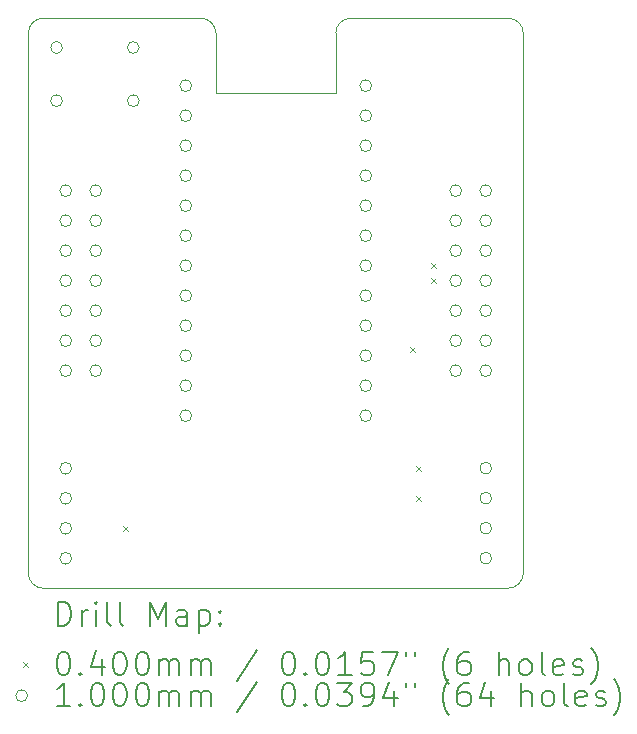
<source format=gbr>
%FSLAX45Y45*%
G04 Gerber Fmt 4.5, Leading zero omitted, Abs format (unit mm)*
G04 Created by KiCad (PCBNEW (6.0.6-1)-1) date 2022-07-19 11:26:51*
%MOMM*%
%LPD*%
G01*
G04 APERTURE LIST*
%TA.AperFunction,Profile*%
%ADD10C,0.120000*%
%TD*%
%ADD11C,0.200000*%
%ADD12C,0.040000*%
%ADD13C,0.100000*%
G04 APERTURE END LIST*
D10*
X2730500Y-4254500D02*
X-1206500Y-4254500D01*
X-1333500Y-4127500D02*
X-1333500Y444500D01*
X1397000Y571500D02*
G75*
G03*
X1270000Y444500I0J-127000D01*
G01*
X2857500Y444500D02*
G75*
G03*
X2730500Y571500I-127000J0D01*
G01*
X-1333500Y-4127500D02*
G75*
G03*
X-1206500Y-4254500I127000J0D01*
G01*
X1270000Y444500D02*
X1270000Y-63500D01*
X2730500Y-4254500D02*
G75*
G03*
X2857500Y-4127500I0J127000D01*
G01*
X-1206500Y571500D02*
G75*
G03*
X-1333500Y444500I0J-127000D01*
G01*
X254000Y-63500D02*
X254000Y444500D01*
X1270000Y-63500D02*
X254000Y-63500D01*
X1397000Y571500D02*
X2730500Y571500D01*
X2857500Y444500D02*
X2857500Y-4127500D01*
X254000Y444500D02*
G75*
G03*
X127000Y571500I-127000J0D01*
G01*
X127000Y571500D02*
X-1206500Y571500D01*
D11*
D12*
X-528000Y-3726500D02*
X-488000Y-3766500D01*
X-488000Y-3726500D02*
X-528000Y-3766500D01*
X1896951Y-2211450D02*
X1936951Y-2251450D01*
X1936951Y-2211450D02*
X1896951Y-2251450D01*
X1948500Y-3218500D02*
X1988500Y-3258500D01*
X1988500Y-3218500D02*
X1948500Y-3258500D01*
X1948500Y-3472500D02*
X1988500Y-3512500D01*
X1988500Y-3472500D02*
X1948500Y-3512500D01*
X2075500Y-1504000D02*
X2115500Y-1544000D01*
X2115500Y-1504000D02*
X2075500Y-1544000D01*
X2075500Y-1631000D02*
X2115500Y-1671000D01*
X2115500Y-1631000D02*
X2075500Y-1671000D01*
D13*
X-1044500Y323000D02*
G75*
G03*
X-1044500Y323000I-50000J0D01*
G01*
X-1044500Y-127000D02*
G75*
G03*
X-1044500Y-127000I-50000J0D01*
G01*
X-966000Y-889000D02*
G75*
G03*
X-966000Y-889000I-50000J0D01*
G01*
X-966000Y-1143000D02*
G75*
G03*
X-966000Y-1143000I-50000J0D01*
G01*
X-966000Y-1397000D02*
G75*
G03*
X-966000Y-1397000I-50000J0D01*
G01*
X-966000Y-1651000D02*
G75*
G03*
X-966000Y-1651000I-50000J0D01*
G01*
X-966000Y-1905000D02*
G75*
G03*
X-966000Y-1905000I-50000J0D01*
G01*
X-966000Y-2159000D02*
G75*
G03*
X-966000Y-2159000I-50000J0D01*
G01*
X-966000Y-2413000D02*
G75*
G03*
X-966000Y-2413000I-50000J0D01*
G01*
X-966000Y-3239500D02*
G75*
G03*
X-966000Y-3239500I-50000J0D01*
G01*
X-966000Y-3493500D02*
G75*
G03*
X-966000Y-3493500I-50000J0D01*
G01*
X-966000Y-3747500D02*
G75*
G03*
X-966000Y-3747500I-50000J0D01*
G01*
X-966000Y-4001500D02*
G75*
G03*
X-966000Y-4001500I-50000J0D01*
G01*
X-712000Y-889000D02*
G75*
G03*
X-712000Y-889000I-50000J0D01*
G01*
X-712000Y-1143000D02*
G75*
G03*
X-712000Y-1143000I-50000J0D01*
G01*
X-712000Y-1397000D02*
G75*
G03*
X-712000Y-1397000I-50000J0D01*
G01*
X-712000Y-1651000D02*
G75*
G03*
X-712000Y-1651000I-50000J0D01*
G01*
X-712000Y-1905000D02*
G75*
G03*
X-712000Y-1905000I-50000J0D01*
G01*
X-712000Y-2159000D02*
G75*
G03*
X-712000Y-2159000I-50000J0D01*
G01*
X-712000Y-2413000D02*
G75*
G03*
X-712000Y-2413000I-50000J0D01*
G01*
X-394500Y323000D02*
G75*
G03*
X-394500Y323000I-50000J0D01*
G01*
X-394500Y-127000D02*
G75*
G03*
X-394500Y-127000I-50000J0D01*
G01*
X50000Y0D02*
G75*
G03*
X50000Y0I-50000J0D01*
G01*
X50000Y-254000D02*
G75*
G03*
X50000Y-254000I-50000J0D01*
G01*
X50000Y-508000D02*
G75*
G03*
X50000Y-508000I-50000J0D01*
G01*
X50000Y-762000D02*
G75*
G03*
X50000Y-762000I-50000J0D01*
G01*
X50000Y-1016000D02*
G75*
G03*
X50000Y-1016000I-50000J0D01*
G01*
X50000Y-1270000D02*
G75*
G03*
X50000Y-1270000I-50000J0D01*
G01*
X50000Y-1524000D02*
G75*
G03*
X50000Y-1524000I-50000J0D01*
G01*
X50000Y-1778000D02*
G75*
G03*
X50000Y-1778000I-50000J0D01*
G01*
X50000Y-2032000D02*
G75*
G03*
X50000Y-2032000I-50000J0D01*
G01*
X50000Y-2286000D02*
G75*
G03*
X50000Y-2286000I-50000J0D01*
G01*
X50000Y-2540000D02*
G75*
G03*
X50000Y-2540000I-50000J0D01*
G01*
X50000Y-2794000D02*
G75*
G03*
X50000Y-2794000I-50000J0D01*
G01*
X1574000Y0D02*
G75*
G03*
X1574000Y0I-50000J0D01*
G01*
X1574000Y-254000D02*
G75*
G03*
X1574000Y-254000I-50000J0D01*
G01*
X1574000Y-508000D02*
G75*
G03*
X1574000Y-508000I-50000J0D01*
G01*
X1574000Y-762000D02*
G75*
G03*
X1574000Y-762000I-50000J0D01*
G01*
X1574000Y-1016000D02*
G75*
G03*
X1574000Y-1016000I-50000J0D01*
G01*
X1574000Y-1270000D02*
G75*
G03*
X1574000Y-1270000I-50000J0D01*
G01*
X1574000Y-1524000D02*
G75*
G03*
X1574000Y-1524000I-50000J0D01*
G01*
X1574000Y-1778000D02*
G75*
G03*
X1574000Y-1778000I-50000J0D01*
G01*
X1574000Y-2032000D02*
G75*
G03*
X1574000Y-2032000I-50000J0D01*
G01*
X1574000Y-2286000D02*
G75*
G03*
X1574000Y-2286000I-50000J0D01*
G01*
X1574000Y-2540000D02*
G75*
G03*
X1574000Y-2540000I-50000J0D01*
G01*
X1574000Y-2794000D02*
G75*
G03*
X1574000Y-2794000I-50000J0D01*
G01*
X2336000Y-889000D02*
G75*
G03*
X2336000Y-889000I-50000J0D01*
G01*
X2336000Y-1143000D02*
G75*
G03*
X2336000Y-1143000I-50000J0D01*
G01*
X2336000Y-1397000D02*
G75*
G03*
X2336000Y-1397000I-50000J0D01*
G01*
X2336000Y-1651000D02*
G75*
G03*
X2336000Y-1651000I-50000J0D01*
G01*
X2336000Y-1905000D02*
G75*
G03*
X2336000Y-1905000I-50000J0D01*
G01*
X2336000Y-2159000D02*
G75*
G03*
X2336000Y-2159000I-50000J0D01*
G01*
X2336000Y-2413000D02*
G75*
G03*
X2336000Y-2413000I-50000J0D01*
G01*
X2590000Y-889000D02*
G75*
G03*
X2590000Y-889000I-50000J0D01*
G01*
X2590000Y-1143000D02*
G75*
G03*
X2590000Y-1143000I-50000J0D01*
G01*
X2590000Y-1397000D02*
G75*
G03*
X2590000Y-1397000I-50000J0D01*
G01*
X2590000Y-1651000D02*
G75*
G03*
X2590000Y-1651000I-50000J0D01*
G01*
X2590000Y-1905000D02*
G75*
G03*
X2590000Y-1905000I-50000J0D01*
G01*
X2590000Y-2159000D02*
G75*
G03*
X2590000Y-2159000I-50000J0D01*
G01*
X2590000Y-2413000D02*
G75*
G03*
X2590000Y-2413000I-50000J0D01*
G01*
X2590000Y-3238500D02*
G75*
G03*
X2590000Y-3238500I-50000J0D01*
G01*
X2590000Y-3492500D02*
G75*
G03*
X2590000Y-3492500I-50000J0D01*
G01*
X2590000Y-3746500D02*
G75*
G03*
X2590000Y-3746500I-50000J0D01*
G01*
X2590000Y-4000500D02*
G75*
G03*
X2590000Y-4000500I-50000J0D01*
G01*
D11*
X-1081881Y-4570976D02*
X-1081881Y-4370976D01*
X-1034262Y-4370976D01*
X-1005690Y-4380500D01*
X-986643Y-4399548D01*
X-977119Y-4418595D01*
X-967595Y-4456690D01*
X-967595Y-4485262D01*
X-977119Y-4523357D01*
X-986643Y-4542405D01*
X-1005690Y-4561452D01*
X-1034262Y-4570976D01*
X-1081881Y-4570976D01*
X-881881Y-4570976D02*
X-881881Y-4437643D01*
X-881881Y-4475738D02*
X-872357Y-4456690D01*
X-862833Y-4447167D01*
X-843786Y-4437643D01*
X-824738Y-4437643D01*
X-758071Y-4570976D02*
X-758071Y-4437643D01*
X-758071Y-4370976D02*
X-767595Y-4380500D01*
X-758071Y-4390024D01*
X-748548Y-4380500D01*
X-758071Y-4370976D01*
X-758071Y-4390024D01*
X-634262Y-4570976D02*
X-653310Y-4561452D01*
X-662833Y-4542405D01*
X-662833Y-4370976D01*
X-529500Y-4570976D02*
X-548548Y-4561452D01*
X-558072Y-4542405D01*
X-558072Y-4370976D01*
X-300929Y-4570976D02*
X-300929Y-4370976D01*
X-234262Y-4513833D01*
X-167595Y-4370976D01*
X-167595Y-4570976D01*
X13357Y-4570976D02*
X13357Y-4466214D01*
X3833Y-4447167D01*
X-15214Y-4437643D01*
X-53310Y-4437643D01*
X-72357Y-4447167D01*
X13357Y-4561452D02*
X-5690Y-4570976D01*
X-53310Y-4570976D01*
X-72357Y-4561452D01*
X-81881Y-4542405D01*
X-81881Y-4523357D01*
X-72357Y-4504310D01*
X-53310Y-4494786D01*
X-5690Y-4494786D01*
X13357Y-4485262D01*
X108595Y-4437643D02*
X108595Y-4637643D01*
X108595Y-4447167D02*
X127643Y-4437643D01*
X165738Y-4437643D01*
X184786Y-4447167D01*
X194309Y-4456690D01*
X203833Y-4475738D01*
X203833Y-4532881D01*
X194309Y-4551929D01*
X184786Y-4561452D01*
X165738Y-4570976D01*
X127643Y-4570976D01*
X108595Y-4561452D01*
X289548Y-4551929D02*
X299071Y-4561452D01*
X289548Y-4570976D01*
X280024Y-4561452D01*
X289548Y-4551929D01*
X289548Y-4570976D01*
X289548Y-4447167D02*
X299071Y-4456690D01*
X289548Y-4466214D01*
X280024Y-4456690D01*
X289548Y-4447167D01*
X289548Y-4466214D01*
D12*
X-1379500Y-4880500D02*
X-1339500Y-4920500D01*
X-1339500Y-4880500D02*
X-1379500Y-4920500D01*
D11*
X-1043786Y-4790976D02*
X-1024738Y-4790976D01*
X-1005690Y-4800500D01*
X-996167Y-4810024D01*
X-986643Y-4829071D01*
X-977119Y-4867167D01*
X-977119Y-4914786D01*
X-986643Y-4952881D01*
X-996167Y-4971929D01*
X-1005690Y-4981452D01*
X-1024738Y-4990976D01*
X-1043786Y-4990976D01*
X-1062833Y-4981452D01*
X-1072357Y-4971929D01*
X-1081881Y-4952881D01*
X-1091405Y-4914786D01*
X-1091405Y-4867167D01*
X-1081881Y-4829071D01*
X-1072357Y-4810024D01*
X-1062833Y-4800500D01*
X-1043786Y-4790976D01*
X-891405Y-4971929D02*
X-881881Y-4981452D01*
X-891405Y-4990976D01*
X-900929Y-4981452D01*
X-891405Y-4971929D01*
X-891405Y-4990976D01*
X-710452Y-4857643D02*
X-710452Y-4990976D01*
X-758071Y-4781452D02*
X-805690Y-4924310D01*
X-681881Y-4924310D01*
X-567595Y-4790976D02*
X-548548Y-4790976D01*
X-529500Y-4800500D01*
X-519976Y-4810024D01*
X-510452Y-4829071D01*
X-500929Y-4867167D01*
X-500929Y-4914786D01*
X-510452Y-4952881D01*
X-519976Y-4971929D01*
X-529500Y-4981452D01*
X-548548Y-4990976D01*
X-567595Y-4990976D01*
X-586643Y-4981452D01*
X-596167Y-4971929D01*
X-605691Y-4952881D01*
X-615214Y-4914786D01*
X-615214Y-4867167D01*
X-605691Y-4829071D01*
X-596167Y-4810024D01*
X-586643Y-4800500D01*
X-567595Y-4790976D01*
X-377119Y-4790976D02*
X-358071Y-4790976D01*
X-339024Y-4800500D01*
X-329500Y-4810024D01*
X-319976Y-4829071D01*
X-310452Y-4867167D01*
X-310452Y-4914786D01*
X-319976Y-4952881D01*
X-329500Y-4971929D01*
X-339024Y-4981452D01*
X-358071Y-4990976D01*
X-377119Y-4990976D01*
X-396167Y-4981452D01*
X-405690Y-4971929D01*
X-415214Y-4952881D01*
X-424738Y-4914786D01*
X-424738Y-4867167D01*
X-415214Y-4829071D01*
X-405690Y-4810024D01*
X-396167Y-4800500D01*
X-377119Y-4790976D01*
X-224738Y-4990976D02*
X-224738Y-4857643D01*
X-224738Y-4876690D02*
X-215214Y-4867167D01*
X-196167Y-4857643D01*
X-167595Y-4857643D01*
X-148548Y-4867167D01*
X-139024Y-4886214D01*
X-139024Y-4990976D01*
X-139024Y-4886214D02*
X-129500Y-4867167D01*
X-110452Y-4857643D01*
X-81881Y-4857643D01*
X-62833Y-4867167D01*
X-53310Y-4886214D01*
X-53310Y-4990976D01*
X41929Y-4990976D02*
X41929Y-4857643D01*
X41929Y-4876690D02*
X51452Y-4867167D01*
X70500Y-4857643D01*
X99071Y-4857643D01*
X118119Y-4867167D01*
X127643Y-4886214D01*
X127643Y-4990976D01*
X127643Y-4886214D02*
X137167Y-4867167D01*
X156214Y-4857643D01*
X184786Y-4857643D01*
X203833Y-4867167D01*
X213357Y-4886214D01*
X213357Y-4990976D01*
X603833Y-4781452D02*
X432405Y-5038595D01*
X860976Y-4790976D02*
X880024Y-4790976D01*
X899071Y-4800500D01*
X908595Y-4810024D01*
X918119Y-4829071D01*
X927643Y-4867167D01*
X927643Y-4914786D01*
X918119Y-4952881D01*
X908595Y-4971929D01*
X899071Y-4981452D01*
X880024Y-4990976D01*
X860976Y-4990976D01*
X841928Y-4981452D01*
X832405Y-4971929D01*
X822881Y-4952881D01*
X813357Y-4914786D01*
X813357Y-4867167D01*
X822881Y-4829071D01*
X832405Y-4810024D01*
X841928Y-4800500D01*
X860976Y-4790976D01*
X1013357Y-4971929D02*
X1022881Y-4981452D01*
X1013357Y-4990976D01*
X1003833Y-4981452D01*
X1013357Y-4971929D01*
X1013357Y-4990976D01*
X1146690Y-4790976D02*
X1165738Y-4790976D01*
X1184786Y-4800500D01*
X1194310Y-4810024D01*
X1203833Y-4829071D01*
X1213357Y-4867167D01*
X1213357Y-4914786D01*
X1203833Y-4952881D01*
X1194310Y-4971929D01*
X1184786Y-4981452D01*
X1165738Y-4990976D01*
X1146690Y-4990976D01*
X1127643Y-4981452D01*
X1118119Y-4971929D01*
X1108595Y-4952881D01*
X1099071Y-4914786D01*
X1099071Y-4867167D01*
X1108595Y-4829071D01*
X1118119Y-4810024D01*
X1127643Y-4800500D01*
X1146690Y-4790976D01*
X1403833Y-4990976D02*
X1289548Y-4990976D01*
X1346690Y-4990976D02*
X1346690Y-4790976D01*
X1327643Y-4819548D01*
X1308595Y-4838595D01*
X1289548Y-4848119D01*
X1584786Y-4790976D02*
X1489548Y-4790976D01*
X1480024Y-4886214D01*
X1489548Y-4876690D01*
X1508595Y-4867167D01*
X1556214Y-4867167D01*
X1575262Y-4876690D01*
X1584786Y-4886214D01*
X1594309Y-4905262D01*
X1594309Y-4952881D01*
X1584786Y-4971929D01*
X1575262Y-4981452D01*
X1556214Y-4990976D01*
X1508595Y-4990976D01*
X1489548Y-4981452D01*
X1480024Y-4971929D01*
X1660976Y-4790976D02*
X1794309Y-4790976D01*
X1708595Y-4990976D01*
X1860976Y-4790976D02*
X1860976Y-4829071D01*
X1937167Y-4790976D02*
X1937167Y-4829071D01*
X2232405Y-5067167D02*
X2222881Y-5057643D01*
X2203833Y-5029071D01*
X2194310Y-5010024D01*
X2184786Y-4981452D01*
X2175262Y-4933833D01*
X2175262Y-4895738D01*
X2184786Y-4848119D01*
X2194310Y-4819548D01*
X2203833Y-4800500D01*
X2222881Y-4771929D01*
X2232405Y-4762405D01*
X2394310Y-4790976D02*
X2356214Y-4790976D01*
X2337167Y-4800500D01*
X2327643Y-4810024D01*
X2308595Y-4838595D01*
X2299071Y-4876690D01*
X2299071Y-4952881D01*
X2308595Y-4971929D01*
X2318119Y-4981452D01*
X2337167Y-4990976D01*
X2375262Y-4990976D01*
X2394310Y-4981452D01*
X2403833Y-4971929D01*
X2413357Y-4952881D01*
X2413357Y-4905262D01*
X2403833Y-4886214D01*
X2394310Y-4876690D01*
X2375262Y-4867167D01*
X2337167Y-4867167D01*
X2318119Y-4876690D01*
X2308595Y-4886214D01*
X2299071Y-4905262D01*
X2651452Y-4990976D02*
X2651452Y-4790976D01*
X2737167Y-4990976D02*
X2737167Y-4886214D01*
X2727643Y-4867167D01*
X2708595Y-4857643D01*
X2680024Y-4857643D01*
X2660976Y-4867167D01*
X2651452Y-4876690D01*
X2860976Y-4990976D02*
X2841928Y-4981452D01*
X2832405Y-4971929D01*
X2822881Y-4952881D01*
X2822881Y-4895738D01*
X2832405Y-4876690D01*
X2841928Y-4867167D01*
X2860976Y-4857643D01*
X2889548Y-4857643D01*
X2908595Y-4867167D01*
X2918119Y-4876690D01*
X2927643Y-4895738D01*
X2927643Y-4952881D01*
X2918119Y-4971929D01*
X2908595Y-4981452D01*
X2889548Y-4990976D01*
X2860976Y-4990976D01*
X3041928Y-4990976D02*
X3022881Y-4981452D01*
X3013357Y-4962405D01*
X3013357Y-4790976D01*
X3194309Y-4981452D02*
X3175262Y-4990976D01*
X3137167Y-4990976D01*
X3118119Y-4981452D01*
X3108595Y-4962405D01*
X3108595Y-4886214D01*
X3118119Y-4867167D01*
X3137167Y-4857643D01*
X3175262Y-4857643D01*
X3194309Y-4867167D01*
X3203833Y-4886214D01*
X3203833Y-4905262D01*
X3108595Y-4924310D01*
X3280024Y-4981452D02*
X3299071Y-4990976D01*
X3337167Y-4990976D01*
X3356214Y-4981452D01*
X3365738Y-4962405D01*
X3365738Y-4952881D01*
X3356214Y-4933833D01*
X3337167Y-4924310D01*
X3308595Y-4924310D01*
X3289548Y-4914786D01*
X3280024Y-4895738D01*
X3280024Y-4886214D01*
X3289548Y-4867167D01*
X3308595Y-4857643D01*
X3337167Y-4857643D01*
X3356214Y-4867167D01*
X3432405Y-5067167D02*
X3441928Y-5057643D01*
X3460976Y-5029071D01*
X3470500Y-5010024D01*
X3480024Y-4981452D01*
X3489548Y-4933833D01*
X3489548Y-4895738D01*
X3480024Y-4848119D01*
X3470500Y-4819548D01*
X3460976Y-4800500D01*
X3441928Y-4771929D01*
X3432405Y-4762405D01*
D13*
X-1339500Y-5164500D02*
G75*
G03*
X-1339500Y-5164500I-50000J0D01*
G01*
D11*
X-977119Y-5254976D02*
X-1091405Y-5254976D01*
X-1034262Y-5254976D02*
X-1034262Y-5054976D01*
X-1053310Y-5083548D01*
X-1072357Y-5102595D01*
X-1091405Y-5112119D01*
X-891405Y-5235929D02*
X-881881Y-5245452D01*
X-891405Y-5254976D01*
X-900929Y-5245452D01*
X-891405Y-5235929D01*
X-891405Y-5254976D01*
X-758071Y-5054976D02*
X-739024Y-5054976D01*
X-719976Y-5064500D01*
X-710452Y-5074024D01*
X-700929Y-5093071D01*
X-691405Y-5131167D01*
X-691405Y-5178786D01*
X-700929Y-5216881D01*
X-710452Y-5235929D01*
X-719976Y-5245452D01*
X-739024Y-5254976D01*
X-758071Y-5254976D01*
X-777119Y-5245452D01*
X-786643Y-5235929D01*
X-796167Y-5216881D01*
X-805690Y-5178786D01*
X-805690Y-5131167D01*
X-796167Y-5093071D01*
X-786643Y-5074024D01*
X-777119Y-5064500D01*
X-758071Y-5054976D01*
X-567595Y-5054976D02*
X-548548Y-5054976D01*
X-529500Y-5064500D01*
X-519976Y-5074024D01*
X-510452Y-5093071D01*
X-500929Y-5131167D01*
X-500929Y-5178786D01*
X-510452Y-5216881D01*
X-519976Y-5235929D01*
X-529500Y-5245452D01*
X-548548Y-5254976D01*
X-567595Y-5254976D01*
X-586643Y-5245452D01*
X-596167Y-5235929D01*
X-605691Y-5216881D01*
X-615214Y-5178786D01*
X-615214Y-5131167D01*
X-605691Y-5093071D01*
X-596167Y-5074024D01*
X-586643Y-5064500D01*
X-567595Y-5054976D01*
X-377119Y-5054976D02*
X-358071Y-5054976D01*
X-339024Y-5064500D01*
X-329500Y-5074024D01*
X-319976Y-5093071D01*
X-310452Y-5131167D01*
X-310452Y-5178786D01*
X-319976Y-5216881D01*
X-329500Y-5235929D01*
X-339024Y-5245452D01*
X-358071Y-5254976D01*
X-377119Y-5254976D01*
X-396167Y-5245452D01*
X-405690Y-5235929D01*
X-415214Y-5216881D01*
X-424738Y-5178786D01*
X-424738Y-5131167D01*
X-415214Y-5093071D01*
X-405690Y-5074024D01*
X-396167Y-5064500D01*
X-377119Y-5054976D01*
X-224738Y-5254976D02*
X-224738Y-5121643D01*
X-224738Y-5140690D02*
X-215214Y-5131167D01*
X-196167Y-5121643D01*
X-167595Y-5121643D01*
X-148548Y-5131167D01*
X-139024Y-5150214D01*
X-139024Y-5254976D01*
X-139024Y-5150214D02*
X-129500Y-5131167D01*
X-110452Y-5121643D01*
X-81881Y-5121643D01*
X-62833Y-5131167D01*
X-53310Y-5150214D01*
X-53310Y-5254976D01*
X41929Y-5254976D02*
X41929Y-5121643D01*
X41929Y-5140690D02*
X51452Y-5131167D01*
X70500Y-5121643D01*
X99071Y-5121643D01*
X118119Y-5131167D01*
X127643Y-5150214D01*
X127643Y-5254976D01*
X127643Y-5150214D02*
X137167Y-5131167D01*
X156214Y-5121643D01*
X184786Y-5121643D01*
X203833Y-5131167D01*
X213357Y-5150214D01*
X213357Y-5254976D01*
X603833Y-5045452D02*
X432405Y-5302595D01*
X860976Y-5054976D02*
X880024Y-5054976D01*
X899071Y-5064500D01*
X908595Y-5074024D01*
X918119Y-5093071D01*
X927643Y-5131167D01*
X927643Y-5178786D01*
X918119Y-5216881D01*
X908595Y-5235929D01*
X899071Y-5245452D01*
X880024Y-5254976D01*
X860976Y-5254976D01*
X841928Y-5245452D01*
X832405Y-5235929D01*
X822881Y-5216881D01*
X813357Y-5178786D01*
X813357Y-5131167D01*
X822881Y-5093071D01*
X832405Y-5074024D01*
X841928Y-5064500D01*
X860976Y-5054976D01*
X1013357Y-5235929D02*
X1022881Y-5245452D01*
X1013357Y-5254976D01*
X1003833Y-5245452D01*
X1013357Y-5235929D01*
X1013357Y-5254976D01*
X1146690Y-5054976D02*
X1165738Y-5054976D01*
X1184786Y-5064500D01*
X1194310Y-5074024D01*
X1203833Y-5093071D01*
X1213357Y-5131167D01*
X1213357Y-5178786D01*
X1203833Y-5216881D01*
X1194310Y-5235929D01*
X1184786Y-5245452D01*
X1165738Y-5254976D01*
X1146690Y-5254976D01*
X1127643Y-5245452D01*
X1118119Y-5235929D01*
X1108595Y-5216881D01*
X1099071Y-5178786D01*
X1099071Y-5131167D01*
X1108595Y-5093071D01*
X1118119Y-5074024D01*
X1127643Y-5064500D01*
X1146690Y-5054976D01*
X1280024Y-5054976D02*
X1403833Y-5054976D01*
X1337167Y-5131167D01*
X1365738Y-5131167D01*
X1384786Y-5140690D01*
X1394310Y-5150214D01*
X1403833Y-5169262D01*
X1403833Y-5216881D01*
X1394310Y-5235929D01*
X1384786Y-5245452D01*
X1365738Y-5254976D01*
X1308595Y-5254976D01*
X1289548Y-5245452D01*
X1280024Y-5235929D01*
X1499071Y-5254976D02*
X1537167Y-5254976D01*
X1556214Y-5245452D01*
X1565738Y-5235929D01*
X1584786Y-5207357D01*
X1594309Y-5169262D01*
X1594309Y-5093071D01*
X1584786Y-5074024D01*
X1575262Y-5064500D01*
X1556214Y-5054976D01*
X1518119Y-5054976D01*
X1499071Y-5064500D01*
X1489548Y-5074024D01*
X1480024Y-5093071D01*
X1480024Y-5140690D01*
X1489548Y-5159738D01*
X1499071Y-5169262D01*
X1518119Y-5178786D01*
X1556214Y-5178786D01*
X1575262Y-5169262D01*
X1584786Y-5159738D01*
X1594309Y-5140690D01*
X1765738Y-5121643D02*
X1765738Y-5254976D01*
X1718119Y-5045452D02*
X1670500Y-5188310D01*
X1794309Y-5188310D01*
X1860976Y-5054976D02*
X1860976Y-5093071D01*
X1937167Y-5054976D02*
X1937167Y-5093071D01*
X2232405Y-5331167D02*
X2222881Y-5321643D01*
X2203833Y-5293071D01*
X2194310Y-5274024D01*
X2184786Y-5245452D01*
X2175262Y-5197833D01*
X2175262Y-5159738D01*
X2184786Y-5112119D01*
X2194310Y-5083548D01*
X2203833Y-5064500D01*
X2222881Y-5035929D01*
X2232405Y-5026405D01*
X2394310Y-5054976D02*
X2356214Y-5054976D01*
X2337167Y-5064500D01*
X2327643Y-5074024D01*
X2308595Y-5102595D01*
X2299071Y-5140690D01*
X2299071Y-5216881D01*
X2308595Y-5235929D01*
X2318119Y-5245452D01*
X2337167Y-5254976D01*
X2375262Y-5254976D01*
X2394310Y-5245452D01*
X2403833Y-5235929D01*
X2413357Y-5216881D01*
X2413357Y-5169262D01*
X2403833Y-5150214D01*
X2394310Y-5140690D01*
X2375262Y-5131167D01*
X2337167Y-5131167D01*
X2318119Y-5140690D01*
X2308595Y-5150214D01*
X2299071Y-5169262D01*
X2584786Y-5121643D02*
X2584786Y-5254976D01*
X2537167Y-5045452D02*
X2489548Y-5188310D01*
X2613357Y-5188310D01*
X2841928Y-5254976D02*
X2841928Y-5054976D01*
X2927643Y-5254976D02*
X2927643Y-5150214D01*
X2918119Y-5131167D01*
X2899071Y-5121643D01*
X2870500Y-5121643D01*
X2851452Y-5131167D01*
X2841928Y-5140690D01*
X3051452Y-5254976D02*
X3032405Y-5245452D01*
X3022881Y-5235929D01*
X3013357Y-5216881D01*
X3013357Y-5159738D01*
X3022881Y-5140690D01*
X3032405Y-5131167D01*
X3051452Y-5121643D01*
X3080024Y-5121643D01*
X3099071Y-5131167D01*
X3108595Y-5140690D01*
X3118119Y-5159738D01*
X3118119Y-5216881D01*
X3108595Y-5235929D01*
X3099071Y-5245452D01*
X3080024Y-5254976D01*
X3051452Y-5254976D01*
X3232405Y-5254976D02*
X3213357Y-5245452D01*
X3203833Y-5226405D01*
X3203833Y-5054976D01*
X3384786Y-5245452D02*
X3365738Y-5254976D01*
X3327643Y-5254976D01*
X3308595Y-5245452D01*
X3299071Y-5226405D01*
X3299071Y-5150214D01*
X3308595Y-5131167D01*
X3327643Y-5121643D01*
X3365738Y-5121643D01*
X3384786Y-5131167D01*
X3394309Y-5150214D01*
X3394309Y-5169262D01*
X3299071Y-5188310D01*
X3470500Y-5245452D02*
X3489548Y-5254976D01*
X3527643Y-5254976D01*
X3546690Y-5245452D01*
X3556214Y-5226405D01*
X3556214Y-5216881D01*
X3546690Y-5197833D01*
X3527643Y-5188310D01*
X3499071Y-5188310D01*
X3480024Y-5178786D01*
X3470500Y-5159738D01*
X3470500Y-5150214D01*
X3480024Y-5131167D01*
X3499071Y-5121643D01*
X3527643Y-5121643D01*
X3546690Y-5131167D01*
X3622881Y-5331167D02*
X3632405Y-5321643D01*
X3651452Y-5293071D01*
X3660976Y-5274024D01*
X3670500Y-5245452D01*
X3680024Y-5197833D01*
X3680024Y-5159738D01*
X3670500Y-5112119D01*
X3660976Y-5083548D01*
X3651452Y-5064500D01*
X3632405Y-5035929D01*
X3622881Y-5026405D01*
M02*

</source>
